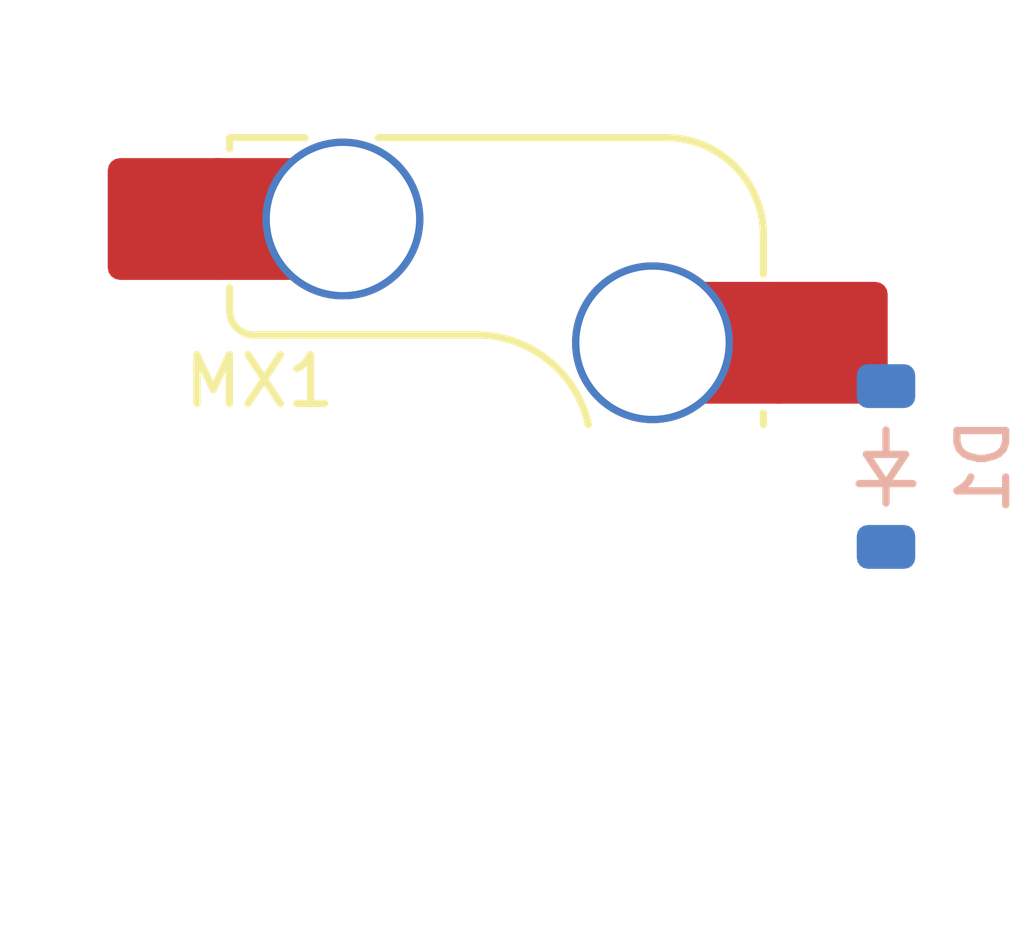
<source format=kicad_pcb>
(kicad_pcb (version 20221018) (generator pcbnew)
  (layers (0 "F.Cu" signal) (31 "B.Cu" signal) (34 "B.Paste" user) (35 "F.Paste" user) (36 "B.SilkS" user "B.Silkscreen") (37 "F.SilkS" user "F.Silkscreen") (38 "B.Mask" user) (39 "F.Mask" user) (44 "Edge.Cuts" user))
  (net 0 "")
  (net 1 "COL0")
  (net 2 "Net-(D1-A)")
  (net 3 "ROW0")
  (footprint "PCM_marbastlib-mx:SW_MX_HS_CPG151101S11_1u" (layer "F.Cu") (at 0 0)
    (fp_text reference "MX1" (at -4.25 -1.75) (layer "F.SilkS"))
    (fp_text value "MX_SW_HS")
    (fp_line (start -4.864824 -6.75022) (end -4.864824 -6.52022) (stroke (width 0.15)) (layer "F.SilkS"))
    (fp_line (start -4.864824 -3.67022) (end -4.864824 -3.20022) (stroke (width 0.15)) (layer "F.SilkS"))
    (fp_line (start -4.364824 -2.70022) (end 0.2 -2.70022) (stroke (width 0.15)) (layer "F.SilkS"))
    (fp_line (start -3.314824 -6.75022) (end -4.864824 -6.75022) (stroke (width 0.15)) (layer "F.SilkS"))
    (fp_line (start 4.085176 -6.75022) (end -1.814824 -6.75022) (stroke (width 0.15)) (layer "F.SilkS"))
    (fp_line (start 6.085176 -3.95022) (end 6.085176 -4.75022) (stroke (width 0.15)) (layer "F.SilkS"))
    (fp_line (start 6.085176 -1.10022) (end 6.085176 -0.86022) (stroke (width 0.15)) (layer "F.SilkS"))
    (fp_arc (start -4.364824 -2.70022) (mid -4.718377 -2.846667) (end -4.864824 -3.20022) (stroke (width 0.15)) (layer "F.SilkS"))
    (fp_arc (start 0.2 -2.70022) (mid 1.670693 -2.183637) (end 2.494322 -0.86022) (stroke (width 0.15)) (layer "F.SilkS"))
    (fp_arc (start 4.085176 -6.75022) (mid 5.49939 -6.164434) (end 6.085176 -4.75022) (stroke (width 0.15)) (layer "F.SilkS"))
    (pad "" np_thru_hole circle (at -5.08 0) (size 1.75 1.75) (drill 1.75) (layers "*.Cu" "*.Mask"))
    (pad "" np_thru_hole circle (at 0 0) (size 3.9878 3.9878) (drill 3.9878) (layers "*.Cu" "*.Mask"))
    (pad "" np_thru_hole circle (at 5.08 0) (size 1.75 1.75) (drill 1.75) (layers "*.Cu" "*.Mask"))
    (pad "1" thru_hole circle (at 3.81 -2.54) (size 3.3 3.3) (drill 3) (layers "*.Cu" "*.Mask") (net 1 "COL0"))
    (pad "1" smd rect (at 5.635 -2.54 180) (size 1.65 2.5) (layers "F.Cu") (net 1 "COL0"))
    (pad "1" smd roundrect (at 7.36 -2.54) (size 2.55 2.5) (layers "F.Cu" "F.Paste" "F.Mask") (roundrect_rratio 0.1) (net 1 "COL0"))
    (pad "2" smd roundrect (at -6.09 -5.08) (size 2.55 2.5) (layers "F.Cu" "F.Paste" "F.Mask") (roundrect_rratio 0.1) (net 2 "Net-(D1-A)"))
    (pad "2" smd rect (at -4.34 -5.08) (size 1.65 2.5) (layers "F.Cu") (net 2 "Net-(D1-A)"))
    (pad "2" thru_hole circle (at -2.54 -5.08) (size 3.3 3.3) (drill 3) (layers "*.Cu" "*.Mask") (net 2 "Net-(D1-A)"))
  )
  (footprint "ScottoKeebs_Components:Diode_SOD-123" (layer "B.Cu") (at 8.599999 0 90)
    (fp_text reference "D1" (at 0 2 90) (layer "B.SilkS") (effects (justify mirror)))
    (fp_text value "Diode")
    (fp_line (start -0.75 0) (end -0.35 0) (stroke (width 0.15)) (layer "B.SilkS"))
    (fp_line (start -0.35 0) (end -0.35 -0.55) (stroke (width 0.15)) (layer "B.SilkS"))
    (fp_line (start -0.35 0) (end -0.35 0.55) (stroke (width 0.15)) (layer "B.SilkS"))
    (fp_line (start -0.35 0) (end 0.25 0.4) (stroke (width 0.15)) (layer "B.SilkS"))
    (fp_line (start 0.25 -0.4) (end -0.35 0) (stroke (width 0.15)) (layer "B.SilkS"))
    (fp_line (start 0.25 0) (end 0.75 0) (stroke (width 0.15)) (layer "B.SilkS"))
    (fp_line (start 0.25 0.4) (end 0.25 -0.4) (stroke (width 0.15)) (layer "B.SilkS"))
    (pad "1" smd roundrect (at -1.65 0 90) (size 0.9 1.2) (layers "B.Cu" "B.Paste" "B.Mask") (net 3 "ROW0"))
    (pad "2" smd roundrect (at 1.65 0 90) (size 0.9 1.2) (layers "B.Cu" "B.Paste" "B.Mask") (net 2 "Net-(D1-A)"))
  )
)
</source>
